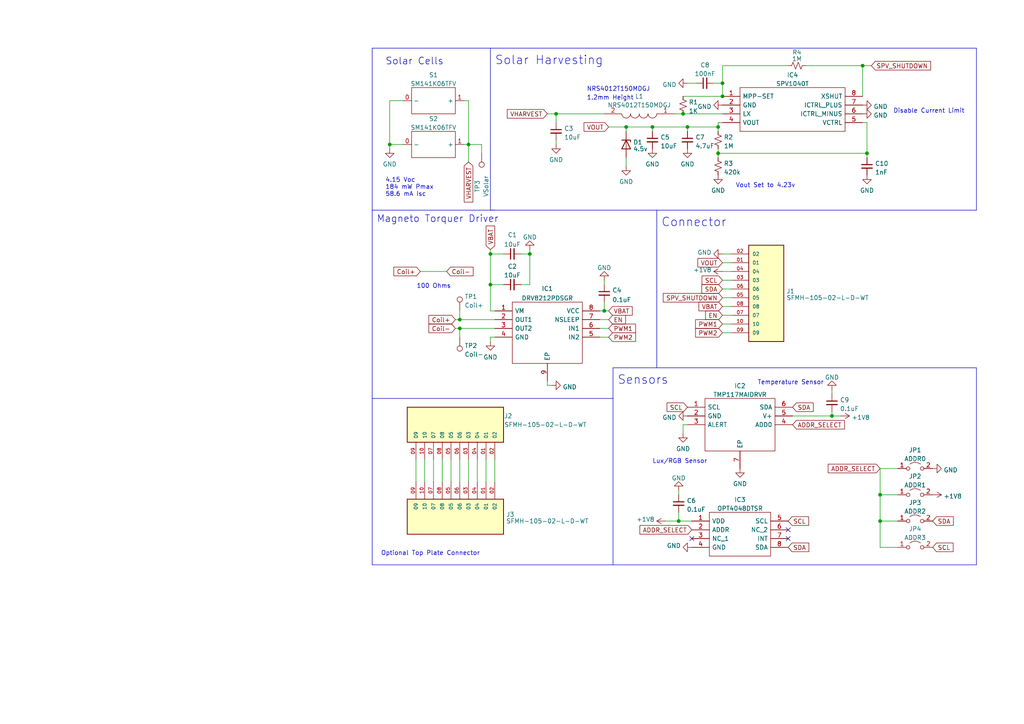
<source format=kicad_sch>
(kicad_sch (version 20230121) (generator eeschema)
  (paper "A4")
  (lib_symbols
    (symbol "+1V8_1" (power) (pin_names (offset 0))
      (property "Value" "+1V8_1" (at 0 3.556 0))
      (symbol "+1V8_1_0_1"
        (polyline (pts (xy -0.762 1.27) (xy 0 2.54)))
        (polyline (pts (xy 0 0) (xy 0 2.54)))
        (polyline (pts (xy 0 2.54) (xy 0.762 1.27)))
      )
      (symbol "+1V8_1_1_1"
        (pin power_in line (at 0 0 90) (length 0) hide (name "+1V8") (number "1"))
      )
    )
    (symbol "Connector:TestPoint" (pin_numbers hide) (pin_names (offset 0.762) hide)
      (property "Reference" "TP" (at 0 6.858 0))
      (property "Value" "TestPoint" (at 0 5.08 0))
      (symbol "TestPoint_0_1"
        (circle (center 0 3.302) (radius 0.762))
      )
      (symbol "TestPoint_1_1"
        (pin passive line (at 0 0 90) (length 2.54) (name "1") (number "1"))
      )
    )
    (symbol "DRV8212PDSGR:DRV8212PDSGR" (pin_names (offset 0.762))
      (property "Reference" "IC" (at 26.67 7.62 0))
      (property "Value" "DRV8212PDSGR" (at 26.67 5.08 0))
      (symbol "DRV8212PDSGR_0_0"
        (pin passive line (at 0 0 0) (length 5.08) (name "VM") (number "1"))
        (pin passive line (at 0 -2.54 0) (length 5.08) (name "OUT1") (number "2"))
        (pin passive line (at 0 -5.08 0) (length 5.08) (name "OUT2") (number "3"))
        (pin passive line (at 0 -7.62 0) (length 5.08) (name "GND") (number "4"))
        (pin passive line (at 30.48 -7.62 180) (length 5.08) (name "IN2") (number "5"))
        (pin passive line (at 30.48 -5.08 180) (length 5.08) (name "IN1") (number "6"))
        (pin passive line (at 30.48 -2.54 180) (length 5.08) (name "NSLEEP") (number "7"))
        (pin passive line (at 30.48 0 180) (length 5.08) (name "VCC") (number "8"))
        (pin passive line (at 15.24 -20.32 90) (length 5.08) (name "EP") (number "9"))
      )
      (symbol "DRV8212PDSGR_0_1"
        (polyline (pts (xy 5.08 2.54) (xy 25.4 2.54) (xy 25.4 -15.24) (xy 5.08 -15.24) (xy 5.08 2.54)) (stroke (width 0.1524)))
      )
    )
    (symbol "Device:C_Small" (pin_numbers hide) (pin_names (offset 0.254) hide)
      (property "Reference" "C" (at 0.254 1.778 0))
      (property "Value" "C_Small" (at 0.254 -2.032 0))
      (symbol "C_Small_0_1"
        (polyline (pts (xy -1.524 -0.508) (xy 1.524 -0.508)) (stroke (width 0.3302)))
        (polyline (pts (xy -1.524 0.508) (xy 1.524 0.508)) (stroke (width 0.3048)))
      )
      (symbol "C_Small_1_1"
        (pin passive line (at 0 2.54 270) (length 2.032) (name "~") (number "1"))
        (pin passive line (at 0 -2.54 90) (length 2.032) (name "~") (number "2"))
      )
    )
    (symbol "Device:D_Zener" (pin_numbers hide) (pin_names (offset 1.016) hide)
      (property "Reference" "D" (at 0 2.54 0))
      (property "Value" "D_Zener" (at 0 -2.54 0))
      (symbol "D_Zener_0_1"
        (polyline (pts (xy 1.27 0) (xy -1.27 0)))
        (polyline (pts (xy -1.27 -1.27) (xy -1.27 1.27) (xy -0.762 1.27)) (stroke (width 0.254)))
        (polyline (pts (xy 1.27 -1.27) (xy 1.27 1.27) (xy -1.27 0) (xy 1.27 -1.27)) (stroke (width 0.254)))
      )
      (symbol "D_Zener_1_1"
        (pin passive line (at -3.81 0 0) (length 2.54) (name "K") (number "1"))
        (pin passive line (at 3.81 0 180) (length 2.54) (name "A") (number "2"))
      )
    )
    (symbol "Device:R_Small_US" (pin_numbers hide) (pin_names (offset 0.254) hide)
      (property "Reference" "R" (at 0.762 0.508 0))
      (property "Value" "R_Small_US" (at 0.762 -1.016 0))
      (symbol "R_Small_US_1_1"
        (polyline (pts (xy 0 0) (xy 1.016 -0.381) (xy 0 -0.762) (xy -1.016 -1.143) (xy 0 -1.524)))
        (polyline (pts (xy 0 1.524) (xy 1.016 1.143) (xy 0 0.762) (xy -1.016 0.381) (xy 0 0)))
        (pin passive line (at 0 2.54 270) (length 1.016) (name "~") (number "1"))
        (pin passive line (at 0 -2.54 90) (length 1.016) (name "~") (number "2"))
      )
    )
    (symbol "GND_1" (power) (pin_names (offset 0))
      (property "Value" "GND_1" (at 0 -3.81 0))
      (symbol "GND_1_0_1"
        (polyline (pts (xy 0 0) (xy 0 -1.27) (xy 1.27 -1.27) (xy 0 -2.54) (xy -1.27 -1.27) (xy 0 -1.27)))
      )
      (symbol "GND_1_1_1"
        (pin power_in line (at 0 0 270) (length 0) hide (name "GND") (number "1"))
      )
    )
    (symbol "GND_2" (power) (pin_names (offset 0))
      (property "Value" "GND_2" (at 0 -3.81 0))
      (symbol "GND_2_0_1"
        (polyline (pts (xy 0 0) (xy 0 -1.27) (xy 1.27 -1.27) (xy 0 -2.54) (xy -1.27 -1.27) (xy 0 -1.27)))
      )
      (symbol "GND_2_1_1"
        (pin power_in line (at 0 0 270) (length 0) hide (name "GND") (number "1"))
      )
    )
    (symbol "GND_3" (power) (pin_names (offset 0))
      (property "Value" "GND_3" (at 0 -3.81 0))
      (symbol "GND_3_0_1"
        (polyline (pts (xy 0 0) (xy 0 -1.27) (xy 1.27 -1.27) (xy 0 -2.54) (xy -1.27 -1.27) (xy 0 -1.27)))
      )
      (symbol "GND_3_1_1"
        (pin power_in line (at 0 0 270) (length 0) hide (name "GND") (number "1"))
      )
    )
    (symbol "GND_4" (power) (pin_names (offset 0))
      (property "Value" "GND_4" (at 0 -3.81 0))
      (symbol "GND_4_0_1"
        (polyline (pts (xy 0 0) (xy 0 -1.27) (xy 1.27 -1.27) (xy 0 -2.54) (xy -1.27 -1.27) (xy 0 -1.27)))
      )
      (symbol "GND_4_1_1"
        (pin power_in line (at 0 0 270) (length 0) hide (name "GND") (number "1"))
      )
    )
    (symbol "GND_6" (power) (pin_names (offset 0))
      (property "Value" "GND_6" (at 0 -3.81 0))
      (symbol "GND_6_0_1"
        (polyline (pts (xy 0 0) (xy 0 -1.27) (xy 1.27 -1.27) (xy 0 -2.54) (xy -1.27 -1.27) (xy 0 -1.27)))
      )
      (symbol "GND_6_1_1"
        (pin power_in line (at 0 0 270) (length 0) hide (name "GND") (number "1"))
      )
    )
    (symbol "Jumper:Jumper_2_Open" (pin_names (offset 0) hide)
      (property "Reference" "JP" (at 0 2.794 0))
      (property "Value" "Jumper_2_Open" (at 0 -2.286 0))
      (symbol "Jumper_2_Open_0_0"
        (circle (center -2.032 0) (radius 0.508))
        (circle (center 2.032 0) (radius 0.508))
      )
      (symbol "Jumper_2_Open_0_1"
        (arc (start 1.524 1.27) (mid 0 1.778) (end -1.524 1.27))
      )
      (symbol "Jumper_2_Open_1_1"
        (pin passive line (at -5.08 0 0) (length 2.54) (name "A") (number "1"))
        (pin passive line (at 5.08 0 180) (length 2.54) (name "B") (number "2"))
      )
    )
    (symbol "KXOB121K04TF:SM141K06TFV"
      (property "Reference" "S" (at 0 -5.08 0))
      (property "Value" "SM141K06TFV" (at 0 5.08 0))
      (symbol "SM141K06TFV_0_1"
        (rectangle (start -6.35 3.81) (end 6.35 -3.81) (stroke (width 0.1524)))
      )
      (symbol "SM141K06TFV_1_1"
        (pin input line (at -8.89 0 0) (length 2.54) (name "-") (number "0"))
        (pin input line (at 8.89 0 180) (length 2.54) (name "+") (number "1"))
      )
    )
    (symbol "NRS4012T150MDGJ:NRS4012T150MDGJ" (pin_names (offset 0.762))
      (property "Reference" "L" (at 16.51 6.35 0))
      (property "Value" "NRS4012T150MDGJ" (at 16.51 3.81 0))
      (symbol "NRS4012T150MDGJ_0_0"
        (pin passive line (at 0 0 0) (length 5.08) (name "~") (number "1"))
        (pin passive line (at 20.32 0 180) (length 5.08) (name "~") (number "2"))
      )
      (symbol "NRS4012T150MDGJ_0_1"
        (arc (start 7.62 0) (mid 6.35 1.2202) (end 5.08 0) (stroke (width 0.1524)))
        (arc (start 10.16 0) (mid 8.89 1.2202) (end 7.62 0) (stroke (width 0.1524)))
        (arc (start 12.7 0) (mid 11.43 1.2202) (end 10.16 0) (stroke (width 0.1524)))
        (arc (start 15.24 0) (mid 13.97 1.2202) (end 12.7 0) (stroke (width 0.1524)))
      )
    )
    (symbol "OPT4048DTSR:OPT4048DTSR" (pin_names (offset 0.762))
      (property "Reference" "IC" (at 24.13 7.62 0))
      (property "Value" "OPT4048DTSR" (at 24.13 5.08 0))
      (symbol "OPT4048DTSR_0_0"
        (pin passive line (at 0 0 0) (length 5.08) (name "VDD") (number "1"))
        (pin passive line (at 0 -2.54 0) (length 5.08) (name "ADDR") (number "2"))
        (pin passive line (at 0 -5.08 0) (length 5.08) (name "NC_1") (number "3"))
        (pin passive line (at 0 -7.62 0) (length 5.08) (name "GND") (number "4"))
        (pin passive line (at 27.94 0 180) (length 5.08) (name "SCL") (number "5"))
        (pin passive line (at 27.94 -2.54 180) (length 5.08) (name "NC_2") (number "6"))
        (pin passive line (at 27.94 -5.08 180) (length 5.08) (name "INT") (number "7"))
        (pin passive line (at 27.94 -7.62 180) (length 5.08) (name "SDA") (number "8"))
      )
      (symbol "OPT4048DTSR_0_1"
        (polyline (pts (xy 5.08 2.54) (xy 22.86 2.54) (xy 22.86 -10.16) (xy 5.08 -10.16) (xy 5.08 2.54)) (stroke (width 0.1524)))
      )
    )
    (symbol "SFMH-105-02-L-D-WT:SFMH-105-02-L-D-WT" (pin_names (offset 1.016))
      (property "Reference" "J" (at -5.58 13.816 0))
      (property "Value" "SFMH-105-02-L-D-WT" (at -5.08 -17.78 0))
      (symbol "SFMH-105-02-L-D-WT_0_0"
        (rectangle (start -5.08 -15.24) (end 5.08 12.7) (stroke (width 0.254)) (fill (type background)))
        (pin passive line (at -10.16 7.62 0) (length 5.08) (name "01") (number "01"))
        (pin passive line (at -10.16 10.16 0) (length 5.08) (name "02") (number "02"))
        (pin passive line (at -10.16 2.54 0) (length 5.08) (name "03") (number "03"))
        (pin passive line (at -10.16 5.08 0) (length 5.08) (name "04") (number "04"))
        (pin passive line (at -10.16 -2.54 0) (length 5.08) (name "05") (number "05"))
        (pin passive line (at -10.16 0 0) (length 5.08) (name "06") (number "06"))
        (pin passive line (at -10.16 -7.62 0) (length 5.08) (name "07") (number "07"))
        (pin passive line (at -10.16 -5.08 0) (length 5.08) (name "08") (number "08"))
        (pin passive line (at -10.16 -12.7 0) (length 5.08) (name "09") (number "09"))
        (pin passive line (at -10.16 -10.16 0) (length 5.08) (name "10") (number "10"))
      )
    )
    (symbol "SPV1040T:SPV1040T" (pin_names (offset 0.762))
      (property "Reference" "IC" (at 36.83 7.62 0))
      (property "Value" "SPV1040T" (at 36.83 5.08 0))
      (symbol "SPV1040T_0_0"
        (pin passive line (at 0 0 0) (length 5.08) (name "MPP-SET") (number "1"))
        (pin passive line (at 0 -2.54 0) (length 5.08) (name "GND") (number "2"))
        (pin passive line (at 0 -5.08 0) (length 5.08) (name "LX") (number "3"))
        (pin passive line (at 0 -7.62 0) (length 5.08) (name "VOUT") (number "4"))
        (pin passive line (at 40.64 -7.62 180) (length 5.08) (name "VCTRL") (number "5"))
        (pin passive line (at 40.64 -5.08 180) (length 5.08) (name "ICTRL_MINUS") (number "6"))
        (pin passive line (at 40.64 -2.54 180) (length 5.08) (name "ICTRL_PLUS") (number "7"))
        (pin passive line (at 40.64 0 180) (length 5.08) (name "XSHUT") (number "8"))
      )
      (symbol "SPV1040T_0_1"
        (polyline (pts (xy 5.08 2.54) (xy 35.56 2.54) (xy 35.56 -10.16) (xy 5.08 -10.16) (xy 5.08 2.54)) (stroke (width 0.1524)))
      )
    )
    (symbol "TMP117MAIDRVR:TMP117MAIDRVR" (pin_names (offset 0.762))
      (property "Reference" "IC" (at 26.67 7.62 0))
      (property "Value" "TMP117MAIDRVR" (at 26.67 5.08 0))
      (symbol "TMP117MAIDRVR_0_0"
        (pin passive line (at 0 0 0) (length 5.08) (name "SCL") (number "1"))
        (pin passive line (at 0 -2.54 0) (length 5.08) (name "GND") (number "2"))
        (pin passive line (at 0 -5.08 0) (length 5.08) (name "ALERT") (number "3"))
        (pin passive line (at 30.48 -5.08 180) (length 5.08) (name "ADD0") (number "4"))
        (pin passive line (at 30.48 -2.54 180) (length 5.08) (name "V+") (number "5"))
        (pin passive line (at 30.48 0 180) (length 5.08) (name "SDA") (number "6"))
        (pin passive line (at 15.24 -17.78 90) (length 5.08) (name "EP") (number "7"))
      )
      (symbol "TMP117MAIDRVR_0_1"
        (polyline (pts (xy 5.08 2.54) (xy 25.4 2.54) (xy 25.4 -12.7) (xy 5.08 -12.7) (xy 5.08 2.54)) (stroke (width 0.1524)))
      )
    )
    (symbol "power:+1V8" (power) (pin_names (offset 0))
      (property "Value" "+1V8" (at 0 3.556 0))
      (symbol "+1V8_0_1"
        (polyline (pts (xy -0.762 1.27) (xy 0 2.54)))
        (polyline (pts (xy 0 0) (xy 0 2.54)))
        (polyline (pts (xy 0 2.54) (xy 0.762 1.27)))
      )
      (symbol "+1V8_1_1"
        (pin power_in line (at 0 0 90) (length 0) hide (name "+1V8") (number "1"))
      )
    )
    (symbol "power:GND" (power) (pin_names (offset 0))
      (property "Value" "GND" (at 0 -3.81 0))
      (symbol "GND_0_1"
        (polyline (pts (xy 0 0) (xy 0 -1.27) (xy 1.27 -1.27) (xy 0 -2.54) (xy -1.27 -1.27) (xy 0 -1.27)))
      )
      (symbol "GND_1_1"
        (pin power_in line (at 0 0 270) (length 0) hide (name "GND") (number "1"))
      )
    )
  )
  (junction (at 251.46 44.45))
  (junction (at 133.35 95.25))
  (junction (at 113.03 41.91))
  (junction (at 161.29 33.02))
  (junction (at 142.24 82.55))
  (junction (at 199.39 36.83))
  (junction (at 133.35 92.71))
  (junction (at 189.23 36.83))
  (junction (at 196.85 151.13))
  (junction (at 208.28 36.83))
  (junction (at 208.28 44.45))
  (junction (at 250.19 19.05))
  (junction (at 175.26 90.17))
  (junction (at 153.67 73.66))
  (junction (at 142.24 73.66))
  (junction (at 209.55 27.94))
  (junction (at 255.27 151.13))
  (junction (at 135.89 41.91))
  (junction (at 255.27 143.51))
  (junction (at 241.3 120.65))
  (junction (at 198.12 33.02))
  (junction (at 181.61 36.83))
  (junction (at 209.55 24.13))
  (no_connect (at 228.6 153.67))
  (no_connect (at 200.66 156.21))
  (no_connect (at 228.6 156.21))
  (wire (pts (xy 133.35 90.17) (xy 133.35 92.71)))
  (wire (pts (xy 199.39 36.83) (xy 199.39 38.1)))
  (wire (pts (xy 189.23 36.83) (xy 189.23 38.1)))
  (wire (pts (xy 121.92 78.74) (xy 129.54 78.74)))
  (wire (pts (xy 208.28 44.45) (xy 251.46 44.45)))
  (wire (pts (xy 199.39 36.83) (xy 208.28 36.83)))
  (wire (pts (xy 251.46 35.56) (xy 251.46 44.45)))
  (wire (pts (xy 241.3 120.65) (xy 229.87 120.65)))
  (wire (pts (xy 175.26 82.55) (xy 175.26 81.28)))
  (wire (pts (xy 139.7 41.91) (xy 139.7 44.45)))
  (wire (pts (xy 209.55 76.2) (xy 212.09 76.2)))
  (wire (pts (xy 176.53 97.79) (xy 173.99 97.79)))
  (wire (pts (xy 135.89 29.21) (xy 135.89 41.91)))
  (polyline (pts (xy 107.95 115.57) (xy 107.95 60.96)))
  (polyline (pts (xy 177.8 163.83) (xy 177.8 106.68)))
  (wire (pts (xy 250.19 27.94) (xy 250.19 19.05)))
  (polyline (pts (xy 283.21 13.97) (xy 283.21 60.96)))
  (wire (pts (xy 134.62 29.21) (xy 135.89 29.21)))
  (wire (pts (xy 255.27 135.89) (xy 255.27 143.51)))
  (wire (pts (xy 196.85 151.13) (xy 200.66 151.13)))
  (wire (pts (xy 255.27 151.13) (xy 260.35 151.13)))
  (wire (pts (xy 233.68 19.05) (xy 250.19 19.05)))
  (wire (pts (xy 135.89 46.99) (xy 135.89 41.91)))
  (wire (pts (xy 189.23 36.83) (xy 199.39 36.83)))
  (wire (pts (xy 176.53 95.25) (xy 173.99 95.25)))
  (wire (pts (xy 123.19 133.35) (xy 123.19 139.7)))
  (wire (pts (xy 208.28 43.18) (xy 208.28 44.45)))
  (wire (pts (xy 158.75 110.49) (xy 158.75 111.76)))
  (wire (pts (xy 255.27 143.51) (xy 255.27 151.13)))
  (wire (pts (xy 133.35 95.25) (xy 132.08 95.25)))
  (wire (pts (xy 143.51 92.71) (xy 133.35 92.71)))
  (wire (pts (xy 181.61 36.83) (xy 189.23 36.83)))
  (wire (pts (xy 241.3 119.38) (xy 241.3 120.65)))
  (wire (pts (xy 134.62 41.91) (xy 135.89 41.91)))
  (wire (pts (xy 243.84 120.65) (xy 241.3 120.65)))
  (wire (pts (xy 181.61 36.83) (xy 181.61 38.1)))
  (wire (pts (xy 113.03 41.91) (xy 113.03 43.18)))
  (wire (pts (xy 146.05 73.66) (xy 142.24 73.66)))
  (wire (pts (xy 196.85 148.59) (xy 196.85 151.13)))
  (wire (pts (xy 181.61 45.72) (xy 181.61 48.26)))
  (wire (pts (xy 250.19 19.05) (xy 252.73 19.05)))
  (wire (pts (xy 208.28 35.56) (xy 209.55 35.56)))
  (wire (pts (xy 195.58 33.02) (xy 198.12 33.02)))
  (wire (pts (xy 153.67 73.66) (xy 153.67 72.39)))
  (wire (pts (xy 176.53 36.83) (xy 181.61 36.83)))
  (wire (pts (xy 113.03 29.21) (xy 116.84 29.21)))
  (wire (pts (xy 151.13 82.55) (xy 153.67 82.55)))
  (wire (pts (xy 255.27 143.51) (xy 260.35 143.51)))
  (polyline (pts (xy 107.95 163.83) (xy 177.8 163.83)))
  (wire (pts (xy 176.53 90.17) (xy 175.26 90.17)))
  (wire (pts (xy 130.81 133.35) (xy 130.81 139.7)))
  (wire (pts (xy 209.55 88.9) (xy 212.09 88.9)))
  (wire (pts (xy 143.51 97.79) (xy 142.24 97.79)))
  (wire (pts (xy 209.55 86.36) (xy 212.09 86.36)))
  (wire (pts (xy 133.35 92.71) (xy 132.08 92.71)))
  (wire (pts (xy 193.04 151.13) (xy 196.85 151.13)))
  (wire (pts (xy 196.85 142.24) (xy 196.85 143.51)))
  (wire (pts (xy 135.89 41.91) (xy 139.7 41.91)))
  (wire (pts (xy 142.24 82.55) (xy 142.24 90.17)))
  (wire (pts (xy 125.73 133.35) (xy 125.73 139.7)))
  (wire (pts (xy 209.55 93.98) (xy 212.09 93.98)))
  (wire (pts (xy 140.97 133.35) (xy 140.97 139.7)))
  (wire (pts (xy 207.01 24.13) (xy 209.55 24.13)))
  (wire (pts (xy 199.39 24.13) (xy 201.93 24.13)))
  (wire (pts (xy 133.35 133.35) (xy 133.35 139.7)))
  (wire (pts (xy 241.3 113.03) (xy 241.3 114.3)))
  (polyline (pts (xy 142.24 13.97) (xy 283.21 13.97)))
  (polyline (pts (xy 177.8 106.68) (xy 283.21 106.68)))
  (wire (pts (xy 142.24 72.39) (xy 142.24 73.66)))
  (wire (pts (xy 209.55 91.44) (xy 212.09 91.44)))
  (wire (pts (xy 161.29 33.02) (xy 175.26 33.02)))
  (wire (pts (xy 175.26 90.17) (xy 173.99 90.17)))
  (wire (pts (xy 146.05 82.55) (xy 142.24 82.55)))
  (wire (pts (xy 175.26 87.63) (xy 175.26 90.17)))
  (wire (pts (xy 209.55 19.05) (xy 209.55 24.13)))
  (wire (pts (xy 255.27 135.89) (xy 260.35 135.89)))
  (wire (pts (xy 208.28 36.83) (xy 208.28 35.56)))
  (polyline (pts (xy 107.95 13.97) (xy 107.95 60.96)))
  (wire (pts (xy 161.29 40.64) (xy 161.29 41.91)))
  (wire (pts (xy 255.27 158.75) (xy 260.35 158.75)))
  (wire (pts (xy 209.55 73.66) (xy 212.09 73.66)))
  (wire (pts (xy 208.28 44.45) (xy 208.28 45.72)))
  (wire (pts (xy 143.51 95.25) (xy 133.35 95.25)))
  (wire (pts (xy 142.24 90.17) (xy 143.51 90.17)))
  (wire (pts (xy 250.19 35.56) (xy 251.46 35.56)))
  (wire (pts (xy 198.12 33.02) (xy 209.55 33.02)))
  (wire (pts (xy 142.24 97.79) (xy 142.24 99.06)))
  (wire (pts (xy 151.13 73.66) (xy 153.67 73.66)))
  (polyline (pts (xy 283.21 106.68) (xy 283.21 163.83)))
  (wire (pts (xy 173.99 92.71) (xy 176.53 92.71)))
  (polyline (pts (xy 177.8 115.57) (xy 107.95 115.57)))
  (wire (pts (xy 209.55 96.52) (xy 212.09 96.52)))
  (wire (pts (xy 209.55 78.74) (xy 212.09 78.74)))
  (wire (pts (xy 135.89 133.35) (xy 135.89 139.7)))
  (wire (pts (xy 143.51 133.35) (xy 143.51 139.7)))
  (polyline (pts (xy 107.95 115.57) (xy 107.95 163.83)))
  (polyline (pts (xy 283.21 163.83) (xy 177.8 163.83)))
  (wire (pts (xy 161.29 33.02) (xy 161.29 35.56)))
  (wire (pts (xy 209.55 19.05) (xy 228.6 19.05)))
  (polyline (pts (xy 142.24 60.96) (xy 142.24 13.97)))
  (polyline (pts (xy 190.5 60.96) (xy 190.5 106.68)))
  (wire (pts (xy 209.55 81.28) (xy 212.09 81.28)))
  (polyline (pts (xy 283.21 60.96) (xy 142.24 60.96)))
  (wire (pts (xy 120.65 133.35) (xy 120.65 139.7)))
  (polyline (pts (xy 107.95 60.96) (xy 143.51 60.96)))
  (wire (pts (xy 209.55 83.82) (xy 212.09 83.82)))
  (wire (pts (xy 133.35 95.25) (xy 133.35 97.79)))
  (wire (pts (xy 138.43 133.35) (xy 138.43 139.7)))
  (wire (pts (xy 255.27 151.13) (xy 255.27 158.75)))
  (wire (pts (xy 158.75 33.02) (xy 161.29 33.02)))
  (wire (pts (xy 113.03 29.21) (xy 113.03 41.91)))
  (wire (pts (xy 209.55 24.13) (xy 209.55 27.94)))
  (wire (pts (xy 251.46 44.45) (xy 251.46 45.72)))
  (wire (pts (xy 198.12 123.19) (xy 199.39 123.19)))
  (wire (pts (xy 113.03 41.91) (xy 116.84 41.91)))
  (wire (pts (xy 208.28 38.1) (xy 208.28 36.83)))
  (wire (pts (xy 198.12 27.94) (xy 209.55 27.94)))
  (wire (pts (xy 198.12 123.19) (xy 198.12 125.73)))
  (polyline (pts (xy 142.24 13.97) (xy 107.95 13.97)))
  (wire (pts (xy 128.27 133.35) (xy 128.27 139.7)))
  (wire (pts (xy 153.67 82.55) (xy 153.67 73.66)))
  (wire (pts (xy 158.75 111.76) (xy 160.02 111.76)))
  (wire (pts (xy 142.24 73.66) (xy 142.24 82.55)))
  (text "Lux/RGB Sensor" (at 189.23 134.62 0) (effects (font (size 1.27 1.27)) (justify left bottom)))
  (text "4.15 Voc\n184 mW Pmax\n58.6 mA Isc" (at 111.76 57.15 0) (effects (font (size 1.27 1.27)) (justify left bottom)))
  (text "Optional Top Plate Connector" (at 110.49 161.29 0) (effects (font (size 1.27 1.27)) (justify left bottom)))
  (text "1.2mm Height" (at 170.18 29.21 0) (effects (font (size 1.27 1.27)) (justify left bottom)))
  (text "Solar Harvesting" (at 143.51 19.05 0) (effects (font (size 2.5 2.5)) (justify left bottom)))
  (text "Magneto Torquer Driver" (at 109.22 64.77 0) (effects (font (size 2 2)) (justify left bottom)))
  (text "Vout Set to 4.23v" (at 213.36 54.61 0) (effects (font (size 1.27 1.27)) (justify left bottom)))
  (text "Solar Cells" (at 111.76 19.05 0) (effects (font (size 2 2)) (justify left bottom)))
  (text "Sensors" (at 179.07 111.76 0) (effects (font (size 2.5 2.5)) (justify left bottom)))
  (text "Temperature Sensor" (at 219.71 111.76 0) (effects (font (size 1.27 1.27)) (justify left bottom)))
  (text "Disable Current Limit" (at 259.08 33.02 0) (effects (font (size 1.27 1.27)) (justify left bottom)))
  (text "Connector" (at 191.77 66.04 0) (effects (font (size 2.5 2.5)) (justify left bottom)))
  (text "100 Ohms" (at 130.81 83.82 0) (effects (font (size 1.27 1.27)) (justify right bottom)))
  (text "NRS4012T150MDGJ" (at 170.18 26.67 0) (effects (font (size 1.27 1.27)) (justify left bottom)))
  (global_label "VOUT" (shape input) (at 176.53 36.83 180) (property "Intersheetrefs" "${INTERSHEET_REFS}" (effects hide)))
  (global_label "SDA" (shape input) (at 209.55 83.82 180) (property "Intersheetrefs" "${INTERSHEET_REFS}" (effects hide)))
  (global_label "Coil+" (shape input) (at 132.08 92.71 180) (property "Intersheetrefs" "${INTERSHEET_REFS}" (effects hide)))
  (global_label "SDA" (shape input) (at 228.6 158.75 0) (property "Intersheetrefs" "${INTERSHEET_REFS}" (effects hide)))
  (global_label "ADDR_SELECT" (shape input) (at 200.66 153.67 180) (property "Intersheetrefs" "${INTERSHEET_REFS}" (effects hide)))
  (global_label "SCL" (shape input) (at 270.51 158.75 0) (property "Intersheetrefs" "${INTERSHEET_REFS}" (effects hide)))
  (global_label "PWM1" (shape input) (at 176.53 95.25 0) (property "Intersheetrefs" "${INTERSHEET_REFS}" (effects hide)))
  (global_label "SDA" (shape input) (at 270.51 151.13 0) (property "Intersheetrefs" "${INTERSHEET_REFS}" (effects hide)))
  (global_label "ADDR_SELECT" (shape input) (at 229.87 123.19 0) (property "Intersheetrefs" "${INTERSHEET_REFS}" (effects hide)))
  (global_label "VOUT" (shape input) (at 209.55 76.2 180) (property "Intersheetrefs" "${INTERSHEET_REFS}" (effects hide)))
  (global_label "Coil-" (shape input) (at 132.08 95.25 180) (property "Intersheetrefs" "${INTERSHEET_REFS}" (effects hide)))
  (global_label "VBAT" (shape input) (at 176.53 90.17 0) (property "Intersheetrefs" "${INTERSHEET_REFS}" (effects hide)))
  (global_label "VBAT" (shape input) (at 142.24 72.39 90) (property "Intersheetrefs" "${INTERSHEET_REFS}" (effects hide)))
  (global_label "SPV_SHUTDOWN" (shape input) (at 209.55 86.36 180) (property "Intersheetrefs" "${INTERSHEET_REFS}" (effects hide)))
  (global_label "EN" (shape input) (at 209.55 91.44 180) (property "Intersheetrefs" "${INTERSHEET_REFS}" (effects hide)))
  (global_label "SCL" (shape input) (at 199.39 118.11 180) (property "Intersheetrefs" "${INTERSHEET_REFS}" (effects hide)))
  (global_label "VHARVEST" (shape input) (at 158.75 33.02 180) (property "Intersheetrefs" "${INTERSHEET_REFS}" (effects hide)))
  (global_label "VBAT" (shape input) (at 209.55 88.9 180) (property "Intersheetrefs" "${INTERSHEET_REFS}" (effects hide)))
  (global_label "SCL" (shape input) (at 228.6 151.13 0) (property "Intersheetrefs" "${INTERSHEET_REFS}" (effects hide)))
  (global_label "Coil-" (shape input) (at 129.54 78.74 0) (property "Intersheetrefs" "${INTERSHEET_REFS}" (effects hide)))
  (global_label "SPV_SHUTDOWN" (shape input) (at 252.73 19.05 0) (property "Intersheetrefs" "${INTERSHEET_REFS}" (effects hide)))
  (global_label "Coil+" (shape input) (at 121.92 78.74 180) (property "Intersheetrefs" "${INTERSHEET_REFS}" (effects hide)))
  (global_label "SCL" (shape input) (at 209.55 81.28 180) (property "Intersheetrefs" "${INTERSHEET_REFS}" (effects hide)))
  (global_label "EN" (shape input) (at 176.53 92.71 0) (property "Intersheetrefs" "${INTERSHEET_REFS}" (effects hide)))
  (global_label "PWM2" (shape input) (at 209.55 96.52 180) (property "Intersheetrefs" "${INTERSHEET_REFS}" (effects hide)))
  (global_label "SDA" (shape input) (at 229.87 118.11 0) (property "Intersheetrefs" "${INTERSHEET_REFS}" (effects hide)))
  (global_label "PWM1" (shape input) (at 209.55 93.98 180) (property "Intersheetrefs" "${INTERSHEET_REFS}" (effects hide)))
  (global_label "ADDR_SELECT" (shape input) (at 255.27 135.89 180) (property "Intersheetrefs" "${INTERSHEET_REFS}" (effects hide)))
  (global_label "VHARVEST" (shape input) (at 135.89 46.99 270) (property "Intersheetrefs" "${INTERSHEET_REFS}" (effects hide)))
  (global_label "PWM2" (shape input) (at 176.53 97.79 0) (property "Intersheetrefs" "${INTERSHEET_REFS}" (effects hide)))
  (symbol (lib_id "Device:D_Zener") (at 181.61 41.91 270) (unit 1)
    (property "Reference" "D1" (at 183.642 41.2663 90) (effects (justify left)))
    (property "Value" "4.5v" (at 183.642 43.1873 90) (effects (justify left)))
    (property "Footprint" "Diode_SMD:D_SOD-123" (effects hide))
  )
  (symbol (lib_id "Device:C_Small") (at 161.29 38.1 0) (unit 1)
    (property "Reference" "C3" (at 163.6141 37.2716 0) (effects (justify left)))
    (property "Value" "10uF" (at 163.6141 39.8085 0) (effects (justify left)))
    (property "Footprint" "Capacitor_SMD:C_0402_1005Metric" (effects hide))
  )
  (symbol (lib_id "power:GND") (at 270.51 135.89 90) (unit 1)
    (property "Reference" "#PWR026" (effects hide))
    (property "Value" "GND" (at 273.685 136.3238 90) (effects (justify right)))
  )
  (symbol (lib_id "DRV8212PDSGR:DRV8212PDSGR") (at 143.51 90.17 0) (unit 1)
    (property "Reference" "IC1" (at 158.75 83.7143 0))
    (property "Value" "DRV8212PDSGR" (at 158.75 86.4894 0))
    (property "Footprint" "DRV8212PDSGR:SON50P200X200X80-9N" (effects hide))
    (property "Datasheet" "https://www.ti.com/jp/lit/ds/symlink/drv8212p.pdf?ts=1646210444424&ref_url=https%253A%252F%252Fwww.ti.com%252Fproduct%252Fja-jp%252FDRV8212P" (effects hide))
    (property "Description" "Motor / Motion / Ignition Controllers & Drivers 12-V, 3-A H-bridge m otor driver, PWM co" (effects hide))
    (property "Height" "0.8" (effects hide))
    (property "Mouser Part Number" "595-DRV8212PDSGR" (effects hide))
    (property "Mouser Price/Stock" "https://www.mouser.co.uk/ProductDetail/Texas-Instruments/DRV8212PDSGR?qs=QNEnbhJQKvaacfB2XVypIQ%3D%3D" (effects hide))
    (property "Manufacturer_Name" "Texas Instruments" (effects hide))
    (property "Manufacturer_Part_Number" "DRV8212PDSGR" (effects hide))
  )
  (symbol (lib_name "GND_3") (lib_id "power:GND") (at 175.26 81.28 180) (unit 1)
    (property "Reference" "#PWR06" (effects hide))
    (property "Value" "GND" (at 175.26 77.6755 0))
  )
  (symbol (lib_id "power:GND") (at 161.29 41.91 0) (unit 1)
    (property "Reference" "#PWR05" (effects hide))
    (property "Value" "GND" (at 161.29 46.3534 0))
  )
  (symbol (lib_id "Device:C_Small") (at 241.3 116.84 0) (unit 1)
    (property "Reference" "C9" (at 243.6241 116.0116 0) (effects (justify left)))
    (property "Value" "0.1uF" (at 243.6241 118.5485 0) (effects (justify left)))
    (property "Footprint" "Capacitor_SMD:C_0402_1005Metric" (effects hide))
  )
  (symbol (lib_id "power:GND") (at 250.19 30.48 90) (unit 1)
    (property "Reference" "#PWR023" (effects hide))
    (property "Value" "GND" (at 253.365 30.9138 90) (effects (justify right)))
  )
  (symbol (lib_id "Device:C_Small") (at 199.39 40.64 0) (unit 1)
    (property "Reference" "C7" (at 201.7141 39.8116 0) (effects (justify left)))
    (property "Value" "4.7uF" (at 201.7141 42.3485 0) (effects (justify left)))
    (property "Footprint" "Capacitor_SMD:C_0402_1005Metric" (effects hide))
  )
  (symbol (lib_id "power:GND") (at 199.39 120.65 270) (unit 1)
    (property "Reference" "#PWR014" (effects hide))
    (property "Value" "GND" (at 196.2151 121.0838 90) (effects (justify right)))
  )
  (symbol (lib_id "power:GND") (at 199.39 24.13 270) (unit 1)
    (property "Reference" "#PWR012" (effects hide))
    (property "Value" "GND" (at 196.2151 24.5638 90) (effects (justify right)))
  )
  (symbol (lib_id "Device:R_Small_US") (at 231.14 19.05 90) (unit 1)
    (property "Reference" "R4" (at 231.14 15.1511 90))
    (property "Value" "1M" (at 231.14 17.0721 90))
    (property "Footprint" "Resistor_SMD:R_0402_1005Metric" (effects hide))
  )
  (symbol (lib_id "Device:C_Small") (at 189.23 40.64 0) (unit 1)
    (property "Reference" "C5" (at 191.5541 39.8116 0) (effects (justify left)))
    (property "Value" "10uF" (at 191.5541 42.3485 0) (effects (justify left)))
    (property "Footprint" "Capacitor_SMD:C_0402_1005Metric" (effects hide))
  )
  (symbol (lib_id "Jumper:Jumper_2_Open") (at 265.43 151.13 0) (unit 1)
    (property "Reference" "JP3" (at 265.43 145.7792 0))
    (property "Value" "ADDR2" (at 265.43 148.3161 0))
    (property "Footprint" "Jumper:SolderJumper-2_P1.3mm_Open_Pad1.0x1.5mm" (effects hide))
  )
  (symbol (lib_id "power:GND") (at 189.23 43.18 0) (unit 1)
    (property "Reference" "#PWR08" (effects hide))
    (property "Value" "GND" (at 189.23 47.6234 0))
  )
  (symbol (lib_id "Device:C_Small") (at 148.59 73.66 90) (unit 1)
    (property "Reference" "C1" (at 148.5963 68.1314 90))
    (property "Value" "10uF" (at 148.5963 70.9065 90))
    (property "Footprint" "Capacitor_SMD:C_0402_1005Metric" (effects hide))
  )
  (symbol (lib_id "NRS4012T150MDGJ:NRS4012T150MDGJ") (at 195.58 33.02 180) (unit 1)
    (property "Reference" "L1" (at 185.42 27.94 0))
    (property "Value" "NRS4012T150MDGJ" (at 185.42 30.48 0))
    (property "Footprint" "NRS4012T150MDGJ:NRS4012T150MDGJ" (effects hide))
    (property "Datasheet" "https://componentsearchengine.com/Datasheets/1/NRS4012T150MDGJ.pdf" (effects hide))
    (property "Description" "NRS4012T150MDGJ" (effects hide))
    (property "Height" "1.2" (effects hide))
    (property "Mouser Part Number" "963-NRS4012T150MDGJ" (effects hide))
    (property "Mouser Price/Stock" "https://www.mouser.com/Search/Refine.aspx?Keyword=963-NRS4012T150MDGJ" (effects hide))
    (property "Manufacturer_Name" "TAIYO YUDEN" (effects hide))
    (property "Manufacturer_Part_Number" "NRS4012T150MDGJ" (effects hide))
  )
  (symbol (lib_id "power:+1V8") (at 270.51 143.51 270) (unit 1)
    (property "Reference" "#PWR027" (effects hide))
    (property "Value" "+1V8" (at 273.685 143.9438 90) (effects (justify left)))
  )
  (symbol (lib_id "OPT4048DTSR:OPT4048DTSR") (at 200.66 151.13 0) (unit 1)
    (property "Reference" "IC3" (at 214.63 144.941 0))
    (property "Value" "OPT4048DTSR" (at 214.63 147.4779 0))
    (property "Footprint" "OPT4048DTSR:SOTFL50P190X60-8N" (effects hide))
    (property "Datasheet" "https://www.ti.com/lit/ds/symlink/opt4048.pdf?ts=1676909119066&ref_url=https%253A%252F%252Fwww.ti.com%252Fproduct%252FOPT4048%252Fpart-details%252FOPT4048DTSR%253FHQS%253Docb-tistore-invf-invftransact-invf-store-octopart-wwe%2526login-check%253Dtrue" (effects hide))
    (property "Description" "Ambient Light Sensors High-speed high-precision tristimulus XYZ color sensor 8-SOT-5X3 -40 to 85" (effects hide))
    (property "Height" "0.6" (effects hide))
    (property "Mouser Part Number" "595-OPT4048DTSR" (effects hide))
    (property "Mouser Price/Stock" "https://www.mouser.co.uk/ProductDetail/Texas-Instruments/OPT4048DTSR?qs=rQFj71Wb1eUko9TNzYxksQ%3D%3D" (effects hide))
    (property "Manufacturer_Name" "Texas Instruments" (effects hide))
    (property "Manufacturer_Part_Number" "OPT4048DTSR" (effects hide))
  )
  (symbol (lib_id "power:GND") (at 181.61 48.26 0) (unit 1)
    (property "Reference" "#PWR07" (effects hide))
    (property "Value" "GND" (at 181.61 52.7034 0))
  )
  (symbol (lib_id "Jumper:Jumper_2_Open") (at 265.43 143.51 0) (unit 1)
    (property "Reference" "JP2" (at 265.43 138.1592 0))
    (property "Value" "ADDR1" (at 265.43 140.6961 0))
    (property "Footprint" "Jumper:SolderJumper-2_P1.3mm_Open_Pad1.0x1.5mm" (effects hide))
  )
  (symbol (lib_id "power:+1V8") (at 243.84 120.65 270) (unit 1)
    (property "Reference" "#PWR022" (effects hide))
    (property "Value" "+1V8" (at 247.015 121.0838 90) (effects (justify left)))
  )
  (symbol (lib_id "power:GND") (at 209.55 73.66 270) (unit 1)
    (property "Reference" "#PWR018" (effects hide))
    (property "Value" "GND" (at 206.375 73.2262 90) (effects (justify right)))
  )
  (symbol (lib_id "Connector:TestPoint") (at 139.7 44.45 180) (unit 1)
    (property "Reference" "TP3" (at 138.43 55.88 90) (effects (justify right)))
    (property "Value" "VSolar" (at 140.97 57.15 90) (effects (justify right)))
    (property "Footprint" "TestPoint:TestPoint_Pad_1.0x1.0mm" (effects hide))
  )
  (symbol (lib_id "KXOB121K04TF:SM141K06TFV") (at 125.73 29.21 0) (unit 1)
    (property "Reference" "S1" (at 125.73 21.751 0))
    (property "Value" "SM141K06TFV" (at 125.73 24.2879 0))
    (property "Footprint" "KXOB121K04TF:SM141K06TFV" (effects hide))
  )
  (symbol (lib_id "SFMH-105-02-L-D-WT:SFMH-105-02-L-D-WT") (at 133.35 123.19 270) (mirror x) (unit 1)
    (property "Reference" "J2" (at 148.59 120.65 90) (effects (justify right)))
    (property "Value" "SFMH-105-02-L-D-WT" (at 170.18 123.19 90) (effects (justify right)))
    (property "Footprint" "SFMH-105-02-L-D-WT:SAMTEC_SFMH-105-02-L-D-WT" (effects hide))
    (property "PARTREV" "E" (effects hide))
    (property "STANDARD" "Manufacturer Recommendations" (effects hide))
    (property "MANUFACTURER" "SAMTEC" (effects hide))
  )
  (symbol (lib_id "TMP117MAIDRVR:TMP117MAIDRVR") (at 199.39 118.11 0) (unit 1)
    (property "Reference" "IC2" (at 214.63 111.921 0))
    (property "Value" "TMP117MAIDRVR" (at 214.63 114.4579 0))
    (property "Footprint" "TMP117MAIDRVR:SON65P200X200X80-7N" (effects hide))
    (property "Datasheet" "http://www.ti.com/lit/gpn/tmp117" (effects hide))
    (property "Description" "+/-0.1C Accurate Digital Temperature Sensor with Integrated NV Memory" (effects hide))
    (property "Height" "0.8" (effects hide))
    (property "Mouser Part Number" "595-TMP117MAIDRVR" (effects hide))
    (property "Mouser Price/Stock" "https://www.mouser.co.uk/ProductDetail/Texas-Instruments/TMP117MAIDRVR?qs=qSfuJ%252Bfl%2Fd6ns6kYPunSVg%3D%3D" (effects hide))
    (property "Manufacturer_Name" "Texas Instruments" (effects hide))
    (property "Manufacturer_Part_Number" "TMP117MAIDRVR" (effects hide))
  )
  (symbol (lib_name "GND_4") (lib_id "power:GND") (at 153.67 72.39 180) (unit 1)
    (property "Reference" "#PWR03" (effects hide))
    (property "Value" "GND" (at 153.67 68.7855 0))
  )
  (symbol (lib_id "Jumper:Jumper_2_Open") (at 265.43 158.75 0) (unit 1)
    (property "Reference" "JP4" (at 265.43 153.3992 0))
    (property "Value" "ADDR3" (at 265.43 155.9361 0))
    (property "Footprint" "Jumper:SolderJumper-2_P1.3mm_Open_Pad1.0x1.5mm" (effects hide))
  )
  (symbol (lib_id "SPV1040T:SPV1040T") (at 209.55 27.94 0) (unit 1)
    (property "Reference" "IC4" (at 229.87 21.751 0))
    (property "Value" "SPV1040T" (at 229.87 24.2879 0))
    (property "Footprint" "SPV1040T:SOP65P640X120-8N" (effects hide))
    (property "Description" "Voltage Regulators - Switching Regulators Hi efficiency solar battery charger" (effects hide))
    (property "Height" "1.2" (effects hide))
    (property "Mouser Part Number" "511-SPV1040T" (effects hide))
    (property "Mouser Price/Stock" "https://www.mouser.co.uk/ProductDetail/STMicroelectronics/SPV1040T?qs=7qOP6AeGKU1lga8RjcaFUQ%3D%3D" (effects hide))
    (property "Manufacturer_Name" "STMicroelectronics" (effects hide))
    (property "Manufacturer_Part_Number" "SPV1040T" (effects hide))
  )
  (symbol (lib_id "KXOB121K04TF:SM141K06TFV") (at 125.73 41.91 0) (unit 1)
    (property "Reference" "S2" (at 125.73 34.451 0))
    (property "Value" "SM141K06TFV" (at 125.73 36.9879 0))
    (property "Footprint" "KXOB121K04TF:SM141K06TFV" (effects hide))
  )
  (symbol (lib_id "Device:C_Small") (at 204.47 24.13 90) (unit 1)
    (property "Reference" "C8" (at 204.4763 18.8681 90))
    (property "Value" "100nF" (at 204.4763 21.405 90))
    (property "Footprint" "Capacitor_SMD:C_0402_1005Metric" (effects hide))
  )
  (symbol (lib_name "GND_2") (lib_id "power:GND") (at 142.24 99.06 0) (unit 1)
    (property "Reference" "#PWR02" (effects hide))
    (property "Value" "GND" (at 142.24 103.6225 0))
  )
  (symbol (lib_id "Device:R_Small_US") (at 208.28 40.64 0) (unit 1)
    (property "Reference" "R2" (at 209.931 39.8053 0) (effects (justify left)))
    (property "Value" "1M" (at 209.931 42.3422 0) (effects (justify left)))
    (property "Footprint" "Resistor_SMD:R_0402_1005Metric" (effects hide))
  )
  (symbol (lib_id "Device:C_Small") (at 196.85 146.05 0) (unit 1)
    (property "Reference" "C6" (at 199.1741 145.2216 0) (effects (justify left)))
    (property "Value" "0.1uF" (at 199.1741 147.7585 0) (effects (justify left)))
    (property "Footprint" "Capacitor_SMD:C_0402_1005Metric" (effects hide))
  )
  (symbol (lib_id "power:GND") (at 250.19 33.02 90) (unit 1)
    (property "Reference" "#PWR024" (effects hide))
    (property "Value" "GND" (at 253.365 33.4538 90) (effects (justify right)))
  )
  (symbol (lib_id "Jumper:Jumper_2_Open") (at 265.43 135.89 0) (unit 1)
    (property "Reference" "JP1" (at 265.43 130.5392 0))
    (property "Value" "ADDR0" (at 265.43 133.0761 0))
    (property "Footprint" "Jumper:SolderJumper-2_P1.3mm_Open_Pad1.0x1.5mm" (effects hide))
  )
  (symbol (lib_id "Connector:TestPoint") (at 133.35 90.17 0) (unit 1)
    (property "Reference" "TP1" (at 134.747 86.0333 0) (effects (justify left)))
    (property "Value" "Coil+" (at 134.747 88.5702 0) (effects (justify left)))
    (property "Footprint" "TestPoint:TestPoint_Pad_D2.0mm" (effects hide))
  )
  (symbol (lib_id "SFMH-105-02-L-D-WT:SFMH-105-02-L-D-WT") (at 222.25 83.82 0) (unit 1)
    (property "Reference" "J1" (at 228.092 84.4463 0) (effects (justify left)))
    (property "Value" "SFMH-105-02-L-D-WT" (at 228.092 86.3673 0) (effects (justify left)))
    (property "Footprint" "SFMH-105-02-L-D-WT:SAMTEC_SFMH-105-02-L-D-WT" (effects hide))
    (property "PARTREV" "E" (effects hide))
    (property "STANDARD" "Manufacturer Recommendations" (effects hide))
    (property "MANUFACTURER" "SAMTEC" (effects hide))
  )
  (symbol (lib_id "Device:C_Small") (at 148.59 82.55 90) (unit 1)
    (property "Reference" "C2" (at 148.5963 77.2881 90))
    (property "Value" "10uF" (at 148.5963 79.825 90))
    (property "Footprint" "Capacitor_SMD:C_0402_1005Metric" (effects hide))
  )
  (symbol (lib_id "power:GND") (at 214.63 135.89 0) (unit 1)
    (property "Reference" "#PWR020" (effects hide))
    (property "Value" "GND" (at 214.63 140.3334 0))
  )
  (symbol (lib_id "power:GND") (at 209.55 30.48 270) (unit 1)
    (property "Reference" "#PWR017" (effects hide))
    (property "Value" "GND" (at 206.3751 30.9138 90) (effects (justify right)))
  )
  (symbol (lib_id "Device:C_Small") (at 175.26 85.09 0) (unit 1)
    (property "Reference" "C4" (at 177.5841 84.1878 0) (effects (justify left)))
    (property "Value" "0.1uF" (at 177.5841 86.9629 0) (effects (justify left)))
    (property "Footprint" "Capacitor_SMD:C_0402_1005Metric" (effects hide))
  )
  (symbol (lib_id "SFMH-105-02-L-D-WT:SFMH-105-02-L-D-WT") (at 133.35 149.86 270) (unit 1)
    (property "Reference" "J3" (at 146.812 149.2163 90) (effects (justify left)))
    (property "Value" "SFMH-105-02-L-D-WT" (at 146.812 151.1373 90) (effects (justify left)))
    (property "Footprint" "SFMH-105-02-L-D-WT:SAMTEC_SFMH-105-02-L-D-WT" (effects hide))
    (property "PARTREV" "E" (effects hide))
    (property "STANDARD" "Manufacturer Recommendations" (effects hide))
    (property "MANUFACTURER" "SAMTEC" (effects hide))
  )
  (symbol (lib_id "Connector:TestPoint") (at 133.35 97.79 180) (unit 1)
    (property "Reference" "TP2" (at 134.747 100.2573 0) (effects (justify right)))
    (property "Value" "Coil-" (at 134.747 102.7942 0) (effects (justify right)))
    (property "Footprint" "TestPoint:TestPoint_Pad_D2.0mm" (effects hide))
  )
  (symbol (lib_id "power:GND") (at 113.03 43.18 0) (unit 1)
    (property "Reference" "#PWR01" (effects hide))
    (property "Value" "GND" (at 113.03 47.6234 0))
  )
  (symbol (lib_id "Device:R_Small_US") (at 198.12 30.48 0) (unit 1)
    (property "Reference" "R1" (at 199.771 29.6453 0) (effects (justify left)))
    (property "Value" "1K" (at 199.771 32.1822 0) (effects (justify left)))
    (property "Footprint" "Resistor_SMD:R_0402_1005Metric" (effects hide))
  )
  (symbol (lib_id "Device:C_Small") (at 251.46 48.26 0) (unit 1)
    (property "Reference" "C10" (at 253.7841 47.4316 0) (effects (justify left)))
    (property "Value" "1nF" (at 253.7841 49.9685 0) (effects (justify left)))
    (property "Footprint" "Capacitor_SMD:C_0402_1005Metric" (effects hide))
  )
  (symbol (lib_id "power:+1V8") (at 209.55 78.74 90) (unit 1)
    (property "Reference" "#PWR019" (effects hide))
    (property "Value" "+1V8" (at 206.375 78.3062 90) (effects (justify left)))
  )
  (symbol (lib_id "power:GND") (at 208.28 50.8 0) (unit 1)
    (property "Reference" "#PWR016" (effects hide))
    (property "Value" "GND" (at 208.28 55.2434 0))
  )
  (symbol (lib_id "power:GND") (at 199.39 43.18 0) (unit 1)
    (property "Reference" "#PWR013" (effects hide))
    (property "Value" "GND" (at 199.39 47.6234 0))
  )
  (symbol (lib_name "+1V8_1") (lib_id "power:+1V8") (at 193.04 151.13 90) (unit 1)
    (property "Reference" "#PWR09" (effects hide))
    (property "Value" "+1V8" (at 189.865 150.651 90) (effects (justify left)))
  )
  (symbol (lib_name "GND_1") (lib_id "power:GND") (at 160.02 111.76 90) (unit 1)
    (property "Reference" "#PWR04" (effects hide))
    (property "Value" "GND" (at 163.195 112.239 90) (effects (justify right)))
  )
  (symbol (lib_id "power:GND") (at 196.85 142.24 180) (unit 1)
    (property "Reference" "#PWR010" (effects hide))
    (property "Value" "GND" (at 196.85 138.6642 0))
  )
  (symbol (lib_id "power:GND") (at 241.3 113.03 180) (unit 1)
    (property "Reference" "#PWR021" (effects hide))
    (property "Value" "GND" (at 241.3 109.4542 0))
  )
  (symbol (lib_id "Device:R_Small_US") (at 208.28 48.26 0) (unit 1)
    (property "Reference" "R3" (at 209.931 47.4253 0) (effects (justify left)))
    (property "Value" "420k" (at 209.931 49.9622 0) (effects (justify left)))
    (property "Footprint" "Resistor_SMD:R_0402_1005Metric" (effects hide))
  )
  (symbol (lib_id "power:GND") (at 198.12 125.73 0) (unit 1)
    (property "Reference" "#PWR011" (effects hide))
    (property "Value" "GND" (at 198.12 130.1734 0))
  )
  (symbol (lib_name "GND_6") (lib_id "power:GND") (at 200.66 158.75 270) (unit 1)
    (property "Reference" "#PWR015" (effects hide))
    (property "Value" "GND" (at 197.485 158.271 90) (effects (justify right)))
  )
  (symbol (lib_id "power:GND") (at 251.46 50.8 0) (unit 1)
    (property "Reference" "#PWR025" (effects hide))
    (property "Value" "GND" (at 251.46 55.2434 0))
  )
)
</source>
